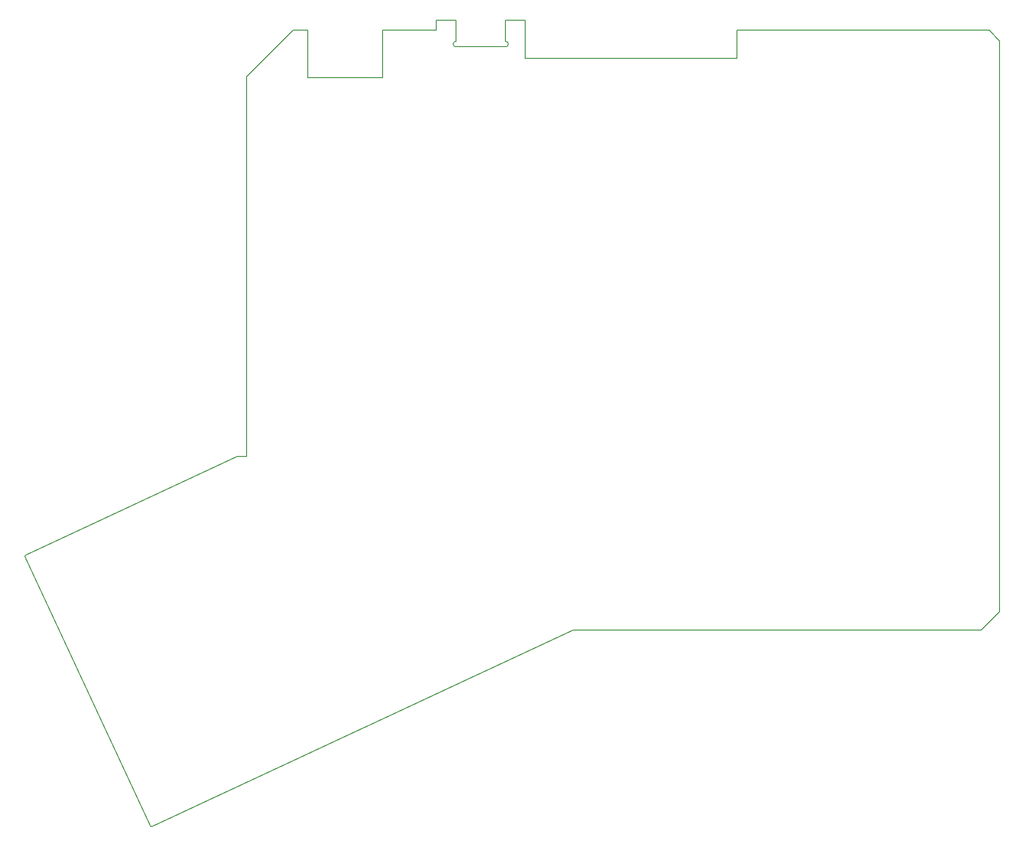
<source format=gm1>
G04 #@! TF.FileFunction,Profile,NP*
%FSLAX46Y46*%
G04 Gerber Fmt 4.6, Leading zero omitted, Abs format (unit mm)*
G04 Created by KiCad (PCBNEW (2016-03-18 BZR 6629, Git 60d93d0)-product) date 7/17/2016 1:37:34 PM*
%MOMM*%
G01*
G04 APERTURE LIST*
%ADD10C,0.150000*%
%ADD11C,0.127000*%
G04 APERTURE END LIST*
D10*
D11*
X98298000Y-44958000D02*
X88646000Y-44958000D01*
X98298000Y-43180000D02*
X98298000Y-44958000D01*
X101828600Y-43180000D02*
X98298000Y-43180000D01*
X110769400Y-43180000D02*
X114300000Y-43180000D01*
X114300000Y-43180000D02*
X114300000Y-50038000D01*
X114300000Y-50038000D02*
X152400000Y-50038000D01*
X101333300Y-47434500D02*
G75*
G03X101828600Y-47929800I495300J0D01*
G01*
X101828600Y-46939200D02*
G75*
G03X101333300Y-47434500I0J-495300D01*
G01*
X111264700Y-47434500D02*
G75*
G03X110769400Y-46939200I-495300J0D01*
G01*
X110769400Y-47929800D02*
G75*
G03X111264700Y-47434500I0J495300D01*
G01*
X110769400Y-47929800D02*
X101828600Y-47929800D01*
X110769400Y-46939200D02*
X110769400Y-43180000D01*
X101828600Y-43180000D02*
X101828600Y-46939200D01*
X64135000Y-53340000D02*
X72517000Y-44958000D01*
X64135000Y-121666000D02*
X62484000Y-121666000D01*
X64135000Y-53340000D02*
X64135000Y-121666000D01*
X199644000Y-46863000D02*
X197739000Y-44958000D01*
X199644000Y-149606000D02*
X196342000Y-152908000D01*
X199644000Y-46863000D02*
X199644000Y-149606000D01*
X24257000Y-139700000D02*
X24384000Y-139446000D01*
X47244000Y-188214000D02*
X46863000Y-188214000D01*
X24257000Y-139700000D02*
X46863000Y-188214000D01*
X127127000Y-152908000D02*
X122936000Y-152908000D01*
X47244000Y-188214000D02*
X122936000Y-152908000D01*
X24384000Y-139446000D02*
X62484000Y-121666000D01*
X127127000Y-152908000D02*
X196342000Y-152908000D01*
X152400000Y-44958000D02*
X197739000Y-44958000D01*
X152400000Y-50038000D02*
X152400000Y-44958000D01*
X88646000Y-53467000D02*
X88646000Y-44958000D01*
X75184000Y-53467000D02*
X88646000Y-53467000D01*
X75184000Y-44958000D02*
X75184000Y-53467000D01*
X72517000Y-44958000D02*
X75184000Y-44958000D01*
M02*

</source>
